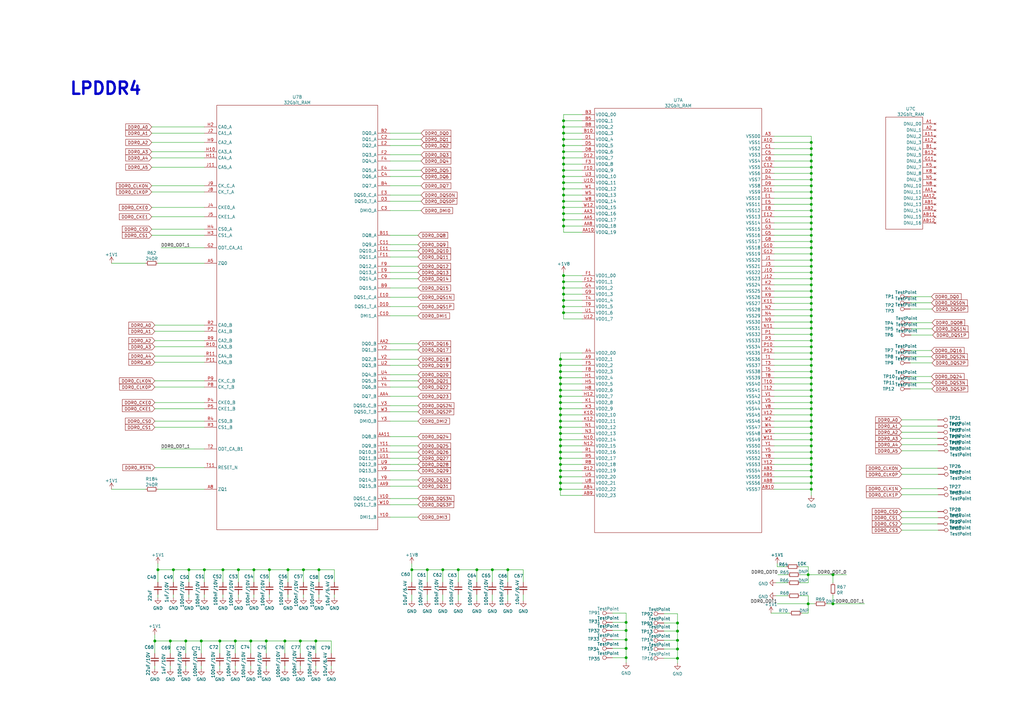
<source format=kicad_sch>
(kicad_sch (version 20210126) (generator eeschema)
  (paper "A3")
  (title_block (title "Beagle V") (date "2021-06-11") (rev "v0.7"))
  (junction (at 63.5 262.89) (diameter 1.016))
  (junction (at 64.77 233.68) (diameter 1.016))
  (junction (at 69.85 262.89) (diameter 1.016))
  (junction (at 71.12 233.68) (diameter 1.016))
  (junction (at 76.2 262.89) (diameter 1.016))
  (junction (at 77.47 233.68) (diameter 1.016))
  (junction (at 82.55 262.89) (diameter 1.016))
  (junction (at 83.82 233.68) (diameter 1.016))
  (junction (at 90.17 262.89) (diameter 1.016))
  (junction (at 91.44 233.68) (diameter 1.016))
  (junction (at 96.52 262.89) (diameter 1.016))
  (junction (at 97.79 233.68) (diameter 1.016))
  (junction (at 102.87 262.89) (diameter 1.016))
  (junction (at 104.14 233.68) (diameter 1.016))
  (junction (at 109.22 262.89) (diameter 1.016))
  (junction (at 110.49 233.68) (diameter 1.016))
  (junction (at 116.84 262.89) (diameter 1.016))
  (junction (at 118.11 233.68) (diameter 1.016))
  (junction (at 123.19 262.89) (diameter 1.016))
  (junction (at 124.46 233.68) (diameter 1.016))
  (junction (at 129.54 262.89) (diameter 1.016))
  (junction (at 130.81 233.68) (diameter 1.016))
  (junction (at 168.91 233.68) (diameter 1.016))
  (junction (at 175.26 233.68) (diameter 1.016))
  (junction (at 181.61 233.68) (diameter 1.016))
  (junction (at 187.96 233.68) (diameter 1.016))
  (junction (at 195.58 233.68) (diameter 1.016))
  (junction (at 201.93 233.68) (diameter 1.016))
  (junction (at 208.28 233.68) (diameter 1.016))
  (junction (at 229.87 147.32) (diameter 1.016))
  (junction (at 229.87 149.86) (diameter 1.016))
  (junction (at 229.87 152.4) (diameter 1.016))
  (junction (at 229.87 154.94) (diameter 1.016))
  (junction (at 229.87 157.48) (diameter 1.016))
  (junction (at 229.87 160.02) (diameter 1.016))
  (junction (at 229.87 162.56) (diameter 1.016))
  (junction (at 229.87 165.1) (diameter 1.016))
  (junction (at 229.87 167.64) (diameter 1.016))
  (junction (at 229.87 170.18) (diameter 1.016))
  (junction (at 229.87 172.72) (diameter 1.016))
  (junction (at 229.87 175.26) (diameter 1.016))
  (junction (at 229.87 177.8) (diameter 1.016))
  (junction (at 229.87 180.34) (diameter 1.016))
  (junction (at 229.87 182.88) (diameter 1.016))
  (junction (at 229.87 185.42) (diameter 1.016))
  (junction (at 229.87 187.96) (diameter 1.016))
  (junction (at 229.87 190.5) (diameter 1.016))
  (junction (at 229.87 193.04) (diameter 1.016))
  (junction (at 229.87 195.58) (diameter 1.016))
  (junction (at 229.87 198.12) (diameter 1.016))
  (junction (at 229.87 200.66) (diameter 1.016))
  (junction (at 231.14 49.53) (diameter 1.016))
  (junction (at 231.14 52.07) (diameter 1.016))
  (junction (at 231.14 54.61) (diameter 1.016))
  (junction (at 231.14 57.15) (diameter 1.016))
  (junction (at 231.14 59.69) (diameter 1.016))
  (junction (at 231.14 62.23) (diameter 1.016))
  (junction (at 231.14 64.77) (diameter 1.016))
  (junction (at 231.14 67.31) (diameter 1.016))
  (junction (at 231.14 69.85) (diameter 1.016))
  (junction (at 231.14 72.39) (diameter 1.016))
  (junction (at 231.14 74.93) (diameter 1.016))
  (junction (at 231.14 77.47) (diameter 1.016))
  (junction (at 231.14 80.01) (diameter 1.016))
  (junction (at 231.14 82.55) (diameter 1.016))
  (junction (at 231.14 85.09) (diameter 1.016))
  (junction (at 231.14 87.63) (diameter 1.016))
  (junction (at 231.14 90.17) (diameter 1.016))
  (junction (at 231.14 92.71) (diameter 1.016))
  (junction (at 231.14 113.03) (diameter 1.016))
  (junction (at 231.14 115.57) (diameter 1.016))
  (junction (at 231.14 118.11) (diameter 1.016))
  (junction (at 231.14 120.65) (diameter 1.016))
  (junction (at 231.14 123.19) (diameter 1.016))
  (junction (at 231.14 125.73) (diameter 1.016))
  (junction (at 231.14 128.27) (diameter 1.016))
  (junction (at 256.794 255.27) (diameter 1.016))
  (junction (at 256.794 258.572) (diameter 1.016))
  (junction (at 256.794 262.382) (diameter 1.016))
  (junction (at 256.794 265.938) (diameter 1.016))
  (junction (at 256.794 269.748) (diameter 1.016))
  (junction (at 277.876 255.524) (diameter 1.016))
  (junction (at 277.876 258.826) (diameter 1.016))
  (junction (at 277.876 262.636) (diameter 1.016))
  (junction (at 277.876 266.192) (diameter 1.016))
  (junction (at 277.876 270.002) (diameter 1.016))
  (junction (at 331.47 235.712) (diameter 1.016))
  (junction (at 331.47 247.65) (diameter 1.016))
  (junction (at 332.74 58.42) (diameter 1.016))
  (junction (at 332.74 60.96) (diameter 1.016))
  (junction (at 332.74 63.5) (diameter 1.016))
  (junction (at 332.74 66.04) (diameter 1.016))
  (junction (at 332.74 68.58) (diameter 1.016))
  (junction (at 332.74 71.12) (diameter 1.016))
  (junction (at 332.74 73.66) (diameter 1.016))
  (junction (at 332.74 76.2) (diameter 1.016))
  (junction (at 332.74 78.74) (diameter 1.016))
  (junction (at 332.74 81.28) (diameter 1.016))
  (junction (at 332.74 83.82) (diameter 1.016))
  (junction (at 332.74 86.36) (diameter 1.016))
  (junction (at 332.74 88.9) (diameter 1.016))
  (junction (at 332.74 91.44) (diameter 1.016))
  (junction (at 332.74 93.98) (diameter 1.016))
  (junction (at 332.74 96.52) (diameter 1.016))
  (junction (at 332.74 99.06) (diameter 1.016))
  (junction (at 332.74 101.6) (diameter 1.016))
  (junction (at 332.74 104.14) (diameter 1.016))
  (junction (at 332.74 106.68) (diameter 1.016))
  (junction (at 332.74 109.22) (diameter 1.016))
  (junction (at 332.74 111.76) (diameter 1.016))
  (junction (at 332.74 114.3) (diameter 1.016))
  (junction (at 332.74 116.84) (diameter 1.016))
  (junction (at 332.74 119.38) (diameter 1.016))
  (junction (at 332.74 121.92) (diameter 1.016))
  (junction (at 332.74 124.46) (diameter 1.016))
  (junction (at 332.74 127) (diameter 1.016))
  (junction (at 332.74 129.54) (diameter 1.016))
  (junction (at 332.74 132.08) (diameter 1.016))
  (junction (at 332.74 134.62) (diameter 1.016))
  (junction (at 332.74 137.16) (diameter 1.016))
  (junction (at 332.74 139.7) (diameter 1.016))
  (junction (at 332.74 142.24) (diameter 1.016))
  (junction (at 332.74 144.78) (diameter 1.016))
  (junction (at 332.74 147.32) (diameter 1.016))
  (junction (at 332.74 149.86) (diameter 1.016))
  (junction (at 332.74 152.4) (diameter 1.016))
  (junction (at 332.74 154.94) (diameter 1.016))
  (junction (at 332.74 157.48) (diameter 1.016))
  (junction (at 332.74 160.02) (diameter 1.016))
  (junction (at 332.74 162.56) (diameter 1.016))
  (junction (at 332.74 165.1) (diameter 1.016))
  (junction (at 332.74 167.64) (diameter 1.016))
  (junction (at 332.74 170.18) (diameter 1.016))
  (junction (at 332.74 172.72) (diameter 1.016))
  (junction (at 332.74 175.26) (diameter 1.016))
  (junction (at 332.74 177.8) (diameter 1.016))
  (junction (at 332.74 180.34) (diameter 1.016))
  (junction (at 332.74 182.88) (diameter 1.016))
  (junction (at 332.74 185.42) (diameter 1.016))
  (junction (at 332.74 187.96) (diameter 1.016))
  (junction (at 332.74 190.5) (diameter 1.016))
  (junction (at 332.74 193.04) (diameter 1.016))
  (junction (at 332.74 195.58) (diameter 1.016))
  (junction (at 332.74 198.12) (diameter 1.016))
  (junction (at 332.74 200.66) (diameter 1.016))
  (junction (at 341.63 235.712) (diameter 1.016))
  (junction (at 341.63 247.65) (diameter 1.016))
  (wire (pts (xy 45.72 107.95) (xy 59.69 107.95)))
  (wire (pts (xy 45.72 200.66) (xy 59.69 200.66)))
  (wire (pts (xy 62.23 52.07) (xy 83.82 52.07)))
  (wire (pts (xy 62.23 54.61) (xy 83.82 54.61)))
  (wire (pts (xy 62.23 58.42) (xy 83.82 58.42)))
  (wire (pts (xy 62.23 62.23) (xy 83.82 62.23)))
  (wire (pts (xy 62.23 64.77) (xy 83.82 64.77)))
  (wire (pts (xy 62.23 68.58) (xy 83.82 68.58)))
  (wire (pts (xy 62.23 76.2) (xy 83.82 76.2)))
  (wire (pts (xy 62.23 78.74) (xy 83.82 78.74)))
  (wire (pts (xy 62.23 85.09) (xy 83.82 85.09)))
  (wire (pts (xy 62.23 88.9) (xy 83.82 88.9)))
  (wire (pts (xy 62.23 93.98) (xy 83.82 93.98)))
  (wire (pts (xy 62.23 96.52) (xy 83.82 96.52)))
  (wire (pts (xy 63.5 133.35) (xy 83.82 133.35)))
  (wire (pts (xy 63.5 135.89) (xy 83.82 135.89)))
  (wire (pts (xy 63.5 139.7) (xy 83.82 139.7)))
  (wire (pts (xy 63.5 142.24) (xy 83.82 142.24)))
  (wire (pts (xy 63.5 146.05) (xy 83.82 146.05)))
  (wire (pts (xy 63.5 148.59) (xy 83.82 148.59)))
  (wire (pts (xy 63.5 156.21) (xy 83.82 156.21)))
  (wire (pts (xy 63.5 158.75) (xy 83.82 158.75)))
  (wire (pts (xy 63.5 165.1) (xy 83.82 165.1)))
  (wire (pts (xy 63.5 167.64) (xy 83.82 167.64)))
  (wire (pts (xy 63.5 172.72) (xy 83.82 172.72)))
  (wire (pts (xy 63.5 175.26) (xy 83.82 175.26)))
  (wire (pts (xy 63.5 191.77) (xy 83.82 191.77)))
  (wire (pts (xy 63.5 260.35) (xy 63.5 262.89)))
  (wire (pts (xy 63.5 262.89) (xy 63.5 267.97)))
  (wire (pts (xy 63.5 262.89) (xy 69.85 262.89)))
  (wire (pts (xy 63.5 273.05) (xy 63.5 274.32)))
  (wire (pts (xy 64.77 107.95) (xy 83.82 107.95)))
  (wire (pts (xy 64.77 200.66) (xy 83.82 200.66)))
  (wire (pts (xy 64.77 231.14) (xy 64.77 233.68)))
  (wire (pts (xy 64.77 233.68) (xy 64.77 238.76)))
  (wire (pts (xy 64.77 233.68) (xy 71.12 233.68)))
  (wire (pts (xy 64.77 243.84) (xy 64.77 245.11)))
  (wire (pts (xy 66.04 101.6) (xy 83.82 101.6)))
  (wire (pts (xy 66.04 184.15) (xy 83.82 184.15)))
  (wire (pts (xy 69.85 262.89) (xy 69.85 267.97)))
  (wire (pts (xy 69.85 262.89) (xy 76.2 262.89)))
  (wire (pts (xy 69.85 273.05) (xy 69.85 274.32)))
  (wire (pts (xy 71.12 233.68) (xy 71.12 238.76)))
  (wire (pts (xy 71.12 233.68) (xy 77.47 233.68)))
  (wire (pts (xy 71.12 243.84) (xy 71.12 245.11)))
  (wire (pts (xy 76.2 262.89) (xy 76.2 267.97)))
  (wire (pts (xy 76.2 262.89) (xy 82.55 262.89)))
  (wire (pts (xy 76.2 273.05) (xy 76.2 274.32)))
  (wire (pts (xy 77.47 233.68) (xy 77.47 238.76)))
  (wire (pts (xy 77.47 233.68) (xy 83.82 233.68)))
  (wire (pts (xy 77.47 243.84) (xy 77.47 245.11)))
  (wire (pts (xy 82.55 262.89) (xy 82.55 267.97)))
  (wire (pts (xy 82.55 262.89) (xy 90.17 262.89)))
  (wire (pts (xy 82.55 273.05) (xy 82.55 274.32)))
  (wire (pts (xy 83.82 233.68) (xy 83.82 238.76)))
  (wire (pts (xy 83.82 233.68) (xy 91.44 233.68)))
  (wire (pts (xy 83.82 243.84) (xy 83.82 245.11)))
  (wire (pts (xy 90.17 262.89) (xy 90.17 267.97)))
  (wire (pts (xy 90.17 262.89) (xy 96.52 262.89)))
  (wire (pts (xy 90.17 273.05) (xy 90.17 274.32)))
  (wire (pts (xy 91.44 233.68) (xy 91.44 238.76)))
  (wire (pts (xy 91.44 233.68) (xy 97.79 233.68)))
  (wire (pts (xy 91.44 243.84) (xy 91.44 245.11)))
  (wire (pts (xy 96.52 262.89) (xy 96.52 267.97)))
  (wire (pts (xy 96.52 262.89) (xy 102.87 262.89)))
  (wire (pts (xy 96.52 273.05) (xy 96.52 274.32)))
  (wire (pts (xy 97.79 233.68) (xy 97.79 238.76)))
  (wire (pts (xy 97.79 233.68) (xy 104.14 233.68)))
  (wire (pts (xy 97.79 243.84) (xy 97.79 245.11)))
  (wire (pts (xy 102.87 262.89) (xy 102.87 267.97)))
  (wire (pts (xy 102.87 262.89) (xy 109.22 262.89)))
  (wire (pts (xy 102.87 273.05) (xy 102.87 274.32)))
  (wire (pts (xy 104.14 233.68) (xy 104.14 238.76)))
  (wire (pts (xy 104.14 233.68) (xy 110.49 233.68)))
  (wire (pts (xy 104.14 243.84) (xy 104.14 245.11)))
  (wire (pts (xy 109.22 262.89) (xy 109.22 267.97)))
  (wire (pts (xy 109.22 262.89) (xy 116.84 262.89)))
  (wire (pts (xy 109.22 273.05) (xy 109.22 274.32)))
  (wire (pts (xy 110.49 233.68) (xy 110.49 238.76)))
  (wire (pts (xy 110.49 233.68) (xy 118.11 233.68)))
  (wire (pts (xy 110.49 243.84) (xy 110.49 245.11)))
  (wire (pts (xy 116.84 262.89) (xy 116.84 267.97)))
  (wire (pts (xy 116.84 262.89) (xy 123.19 262.89)))
  (wire (pts (xy 116.84 273.05) (xy 116.84 274.32)))
  (wire (pts (xy 118.11 233.68) (xy 118.11 238.76)))
  (wire (pts (xy 118.11 233.68) (xy 124.46 233.68)))
  (wire (pts (xy 118.11 243.84) (xy 118.11 245.11)))
  (wire (pts (xy 123.19 262.89) (xy 123.19 267.97)))
  (wire (pts (xy 123.19 262.89) (xy 129.54 262.89)))
  (wire (pts (xy 123.19 273.05) (xy 123.19 274.32)))
  (wire (pts (xy 124.46 233.68) (xy 124.46 238.76)))
  (wire (pts (xy 124.46 233.68) (xy 130.81 233.68)))
  (wire (pts (xy 124.46 243.84) (xy 124.46 245.11)))
  (wire (pts (xy 129.54 262.89) (xy 129.54 267.97)))
  (wire (pts (xy 129.54 262.89) (xy 135.89 262.89)))
  (wire (pts (xy 129.54 273.05) (xy 129.54 274.32)))
  (wire (pts (xy 130.81 233.68) (xy 130.81 238.76)))
  (wire (pts (xy 130.81 233.68) (xy 137.16 233.68)))
  (wire (pts (xy 130.81 243.84) (xy 130.81 245.11)))
  (wire (pts (xy 135.89 262.89) (xy 135.89 267.97)))
  (wire (pts (xy 135.89 273.05) (xy 135.89 274.32)))
  (wire (pts (xy 137.16 233.68) (xy 137.16 238.76)))
  (wire (pts (xy 137.16 243.84) (xy 137.16 245.11)))
  (wire (pts (xy 160.02 54.61) (xy 172.72 54.61)))
  (wire (pts (xy 160.02 57.15) (xy 172.72 57.15)))
  (wire (pts (xy 160.02 59.69) (xy 172.72 59.69)))
  (wire (pts (xy 160.02 63.5) (xy 172.72 63.5)))
  (wire (pts (xy 160.02 66.04) (xy 172.72 66.04)))
  (wire (pts (xy 160.02 69.85) (xy 172.72 69.85)))
  (wire (pts (xy 160.02 72.39) (xy 172.72 72.39)))
  (wire (pts (xy 160.02 76.2) (xy 172.72 76.2)))
  (wire (pts (xy 160.02 80.01) (xy 172.72 80.01)))
  (wire (pts (xy 160.02 82.55) (xy 172.72 82.55)))
  (wire (pts (xy 160.02 86.36) (xy 172.72 86.36)))
  (wire (pts (xy 160.02 96.52) (xy 171.45 96.52)))
  (wire (pts (xy 160.02 100.33) (xy 171.45 100.33)))
  (wire (pts (xy 160.02 102.87) (xy 171.45 102.87)))
  (wire (pts (xy 160.02 105.41) (xy 171.45 105.41)))
  (wire (pts (xy 160.02 109.22) (xy 171.45 109.22)))
  (wire (pts (xy 160.02 111.76) (xy 171.45 111.76)))
  (wire (pts (xy 160.02 114.3) (xy 171.45 114.3)))
  (wire (pts (xy 160.02 118.11) (xy 171.45 118.11)))
  (wire (pts (xy 160.02 121.92) (xy 171.45 121.92)))
  (wire (pts (xy 160.02 125.73) (xy 171.45 125.73)))
  (wire (pts (xy 160.02 129.54) (xy 171.45 129.54)))
  (wire (pts (xy 160.02 140.97) (xy 171.45 140.97)))
  (wire (pts (xy 160.02 143.51) (xy 171.45 143.51)))
  (wire (pts (xy 160.02 147.32) (xy 171.45 147.32)))
  (wire (pts (xy 160.02 149.86) (xy 171.45 149.86)))
  (wire (pts (xy 160.02 153.67) (xy 171.45 153.67)))
  (wire (pts (xy 160.02 156.21) (xy 171.45 156.21)))
  (wire (pts (xy 160.02 158.75) (xy 171.45 158.75)))
  (wire (pts (xy 160.02 162.56) (xy 171.45 162.56)))
  (wire (pts (xy 160.02 166.37) (xy 171.45 166.37)))
  (wire (pts (xy 160.02 168.91) (xy 171.45 168.91)))
  (wire (pts (xy 160.02 172.72) (xy 171.45 172.72)))
  (wire (pts (xy 160.02 179.07) (xy 171.45 179.07)))
  (wire (pts (xy 160.02 182.88) (xy 171.45 182.88)))
  (wire (pts (xy 160.02 185.42) (xy 171.45 185.42)))
  (wire (pts (xy 160.02 187.96) (xy 171.45 187.96)))
  (wire (pts (xy 160.02 190.5) (xy 171.45 190.5)))
  (wire (pts (xy 160.02 193.04) (xy 171.45 193.04)))
  (wire (pts (xy 160.02 196.85) (xy 171.45 196.85)))
  (wire (pts (xy 160.02 199.39) (xy 171.45 199.39)))
  (wire (pts (xy 160.02 204.47) (xy 171.45 204.47)))
  (wire (pts (xy 160.02 207.01) (xy 171.45 207.01)))
  (wire (pts (xy 160.02 212.09) (xy 171.45 212.09)))
  (wire (pts (xy 168.91 231.14) (xy 168.91 233.68)))
  (wire (pts (xy 168.91 233.68) (xy 168.91 238.76)))
  (wire (pts (xy 168.91 233.68) (xy 175.26 233.68)))
  (wire (pts (xy 168.91 243.84) (xy 168.91 246.38)))
  (wire (pts (xy 175.26 233.68) (xy 175.26 238.76)))
  (wire (pts (xy 175.26 233.68) (xy 181.61 233.68)))
  (wire (pts (xy 175.26 243.84) (xy 175.26 246.38)))
  (wire (pts (xy 181.61 233.68) (xy 181.61 238.76)))
  (wire (pts (xy 181.61 233.68) (xy 187.96 233.68)))
  (wire (pts (xy 181.61 243.84) (xy 181.61 246.38)))
  (wire (pts (xy 187.96 233.68) (xy 187.96 238.76)))
  (wire (pts (xy 187.96 233.68) (xy 195.58 233.68)))
  (wire (pts (xy 187.96 243.84) (xy 187.96 246.38)))
  (wire (pts (xy 195.58 233.68) (xy 195.58 238.76)))
  (wire (pts (xy 195.58 233.68) (xy 201.93 233.68)))
  (wire (pts (xy 195.58 243.84) (xy 195.58 246.38)))
  (wire (pts (xy 201.93 233.68) (xy 201.93 238.76)))
  (wire (pts (xy 201.93 233.68) (xy 208.28 233.68)))
  (wire (pts (xy 201.93 243.84) (xy 201.93 246.38)))
  (wire (pts (xy 208.28 233.68) (xy 208.28 238.76)))
  (wire (pts (xy 208.28 233.68) (xy 214.63 233.68)))
  (wire (pts (xy 208.28 243.84) (xy 208.28 246.38)))
  (wire (pts (xy 214.63 233.68) (xy 214.63 238.76)))
  (wire (pts (xy 214.63 243.84) (xy 214.63 246.38)))
  (wire (pts (xy 229.87 144.78) (xy 229.87 147.32)))
  (wire (pts (xy 229.87 144.78) (xy 238.76 144.78)))
  (wire (pts (xy 229.87 147.32) (xy 229.87 149.86)))
  (wire (pts (xy 229.87 149.86) (xy 229.87 152.4)))
  (wire (pts (xy 229.87 149.86) (xy 238.76 149.86)))
  (wire (pts (xy 229.87 152.4) (xy 229.87 154.94)))
  (wire (pts (xy 229.87 152.4) (xy 238.76 152.4)))
  (wire (pts (xy 229.87 154.94) (xy 229.87 157.48)))
  (wire (pts (xy 229.87 154.94) (xy 238.76 154.94)))
  (wire (pts (xy 229.87 157.48) (xy 229.87 160.02)))
  (wire (pts (xy 229.87 157.48) (xy 238.76 157.48)))
  (wire (pts (xy 229.87 160.02) (xy 229.87 162.56)))
  (wire (pts (xy 229.87 160.02) (xy 238.76 160.02)))
  (wire (pts (xy 229.87 162.56) (xy 229.87 165.1)))
  (wire (pts (xy 229.87 162.56) (xy 238.76 162.56)))
  (wire (pts (xy 229.87 165.1) (xy 229.87 167.64)))
  (wire (pts (xy 229.87 165.1) (xy 238.76 165.1)))
  (wire (pts (xy 229.87 167.64) (xy 229.87 170.18)))
  (wire (pts (xy 229.87 167.64) (xy 238.76 167.64)))
  (wire (pts (xy 229.87 170.18) (xy 229.87 172.72)))
  (wire (pts (xy 229.87 170.18) (xy 238.76 170.18)))
  (wire (pts (xy 229.87 172.72) (xy 229.87 175.26)))
  (wire (pts (xy 229.87 172.72) (xy 238.76 172.72)))
  (wire (pts (xy 229.87 175.26) (xy 229.87 177.8)))
  (wire (pts (xy 229.87 175.26) (xy 238.76 175.26)))
  (wire (pts (xy 229.87 177.8) (xy 229.87 180.34)))
  (wire (pts (xy 229.87 177.8) (xy 238.76 177.8)))
  (wire (pts (xy 229.87 180.34) (xy 229.87 182.88)))
  (wire (pts (xy 229.87 180.34) (xy 238.76 180.34)))
  (wire (pts (xy 229.87 182.88) (xy 229.87 185.42)))
  (wire (pts (xy 229.87 182.88) (xy 238.76 182.88)))
  (wire (pts (xy 229.87 185.42) (xy 229.87 187.96)))
  (wire (pts (xy 229.87 185.42) (xy 238.76 185.42)))
  (wire (pts (xy 229.87 187.96) (xy 229.87 190.5)))
  (wire (pts (xy 229.87 187.96) (xy 238.76 187.96)))
  (wire (pts (xy 229.87 190.5) (xy 229.87 193.04)))
  (wire (pts (xy 229.87 190.5) (xy 238.76 190.5)))
  (wire (pts (xy 229.87 193.04) (xy 229.87 195.58)))
  (wire (pts (xy 229.87 193.04) (xy 238.76 193.04)))
  (wire (pts (xy 229.87 195.58) (xy 229.87 198.12)))
  (wire (pts (xy 229.87 195.58) (xy 238.76 195.58)))
  (wire (pts (xy 229.87 198.12) (xy 229.87 200.66)))
  (wire (pts (xy 229.87 198.12) (xy 238.76 198.12)))
  (wire (pts (xy 229.87 200.66) (xy 229.87 203.2)))
  (wire (pts (xy 229.87 200.66) (xy 238.76 200.66)))
  (wire (pts (xy 231.14 46.99) (xy 238.76 46.99)))
  (wire (pts (xy 231.14 49.53) (xy 231.14 46.99)))
  (wire (pts (xy 231.14 49.53) (xy 238.76 49.53)))
  (wire (pts (xy 231.14 52.07) (xy 231.14 49.53)))
  (wire (pts (xy 231.14 52.07) (xy 238.76 52.07)))
  (wire (pts (xy 231.14 54.61) (xy 231.14 52.07)))
  (wire (pts (xy 231.14 54.61) (xy 238.76 54.61)))
  (wire (pts (xy 231.14 57.15) (xy 231.14 54.61)))
  (wire (pts (xy 231.14 57.15) (xy 238.76 57.15)))
  (wire (pts (xy 231.14 59.69) (xy 231.14 57.15)))
  (wire (pts (xy 231.14 59.69) (xy 238.76 59.69)))
  (wire (pts (xy 231.14 62.23) (xy 231.14 59.69)))
  (wire (pts (xy 231.14 62.23) (xy 238.76 62.23)))
  (wire (pts (xy 231.14 64.77) (xy 231.14 62.23)))
  (wire (pts (xy 231.14 64.77) (xy 238.76 64.77)))
  (wire (pts (xy 231.14 67.31) (xy 231.14 64.77)))
  (wire (pts (xy 231.14 67.31) (xy 238.76 67.31)))
  (wire (pts (xy 231.14 69.85) (xy 231.14 67.31)))
  (wire (pts (xy 231.14 69.85) (xy 238.76 69.85)))
  (wire (pts (xy 231.14 72.39) (xy 231.14 69.85)))
  (wire (pts (xy 231.14 72.39) (xy 238.76 72.39)))
  (wire (pts (xy 231.14 74.93) (xy 231.14 72.39)))
  (wire (pts (xy 231.14 74.93) (xy 238.76 74.93)))
  (wire (pts (xy 231.14 77.47) (xy 231.14 74.93)))
  (wire (pts (xy 231.14 77.47) (xy 238.76 77.47)))
  (wire (pts (xy 231.14 80.01) (xy 231.14 77.47)))
  (wire (pts (xy 231.14 80.01) (xy 238.76 80.01)))
  (wire (pts (xy 231.14 82.55) (xy 231.14 80.01)))
  (wire (pts (xy 231.14 82.55) (xy 238.76 82.55)))
  (wire (pts (xy 231.14 85.09) (xy 231.14 82.55)))
  (wire (pts (xy 231.14 85.09) (xy 238.76 85.09)))
  (wire (pts (xy 231.14 87.63) (xy 231.14 85.09)))
  (wire (pts (xy 231.14 87.63) (xy 238.76 87.63)))
  (wire (pts (xy 231.14 90.17) (xy 231.14 87.63)))
  (wire (pts (xy 231.14 90.17) (xy 238.76 90.17)))
  (wire (pts (xy 231.14 92.71) (xy 231.14 90.17)))
  (wire (pts (xy 231.14 92.71) (xy 238.76 92.71)))
  (wire (pts (xy 231.14 95.25) (xy 231.14 92.71)))
  (wire (pts (xy 231.14 111.76) (xy 231.14 113.03)))
  (wire (pts (xy 231.14 113.03) (xy 238.76 113.03)))
  (wire (pts (xy 231.14 115.57) (xy 231.14 113.03)))
  (wire (pts (xy 231.14 115.57) (xy 238.76 115.57)))
  (wire (pts (xy 231.14 118.11) (xy 231.14 115.57)))
  (wire (pts (xy 231.14 118.11) (xy 238.76 118.11)))
  (wire (pts (xy 231.14 120.65) (xy 231.14 118.11)))
  (wire (pts (xy 231.14 120.65) (xy 238.76 120.65)))
  (wire (pts (xy 231.14 123.19) (xy 231.14 120.65)))
  (wire (pts (xy 231.14 123.19) (xy 238.76 123.19)))
  (wire (pts (xy 231.14 125.73) (xy 231.14 123.19)))
  (wire (pts (xy 231.14 125.73) (xy 238.76 125.73)))
  (wire (pts (xy 231.14 128.27) (xy 231.14 125.73)))
  (wire (pts (xy 231.14 128.27) (xy 238.76 128.27)))
  (wire (pts (xy 231.14 130.81) (xy 231.14 128.27)))
  (wire (pts (xy 238.76 95.25) (xy 231.14 95.25)))
  (wire (pts (xy 238.76 130.81) (xy 231.14 130.81)))
  (wire (pts (xy 238.76 147.32) (xy 229.87 147.32)))
  (wire (pts (xy 238.76 203.2) (xy 229.87 203.2)))
  (wire (pts (xy 251.206 251.46) (xy 256.794 251.46)))
  (wire (pts (xy 251.206 255.27) (xy 256.794 255.27)))
  (wire (pts (xy 251.206 258.572) (xy 256.794 258.572)))
  (wire (pts (xy 251.206 262.382) (xy 256.794 262.382)))
  (wire (pts (xy 251.206 265.938) (xy 256.794 265.938)))
  (wire (pts (xy 256.794 251.46) (xy 256.794 255.27)))
  (wire (pts (xy 256.794 255.27) (xy 256.794 258.572)))
  (wire (pts (xy 256.794 258.572) (xy 256.794 262.382)))
  (wire (pts (xy 256.794 262.382) (xy 256.794 265.938)))
  (wire (pts (xy 256.794 265.938) (xy 256.794 269.748)))
  (wire (pts (xy 256.794 269.748) (xy 251.206 269.748)))
  (wire (pts (xy 256.794 269.748) (xy 256.794 271.78)))
  (wire (pts (xy 272.288 251.714) (xy 277.876 251.714)))
  (wire (pts (xy 272.288 255.524) (xy 277.876 255.524)))
  (wire (pts (xy 272.288 258.826) (xy 277.876 258.826)))
  (wire (pts (xy 272.288 262.636) (xy 277.876 262.636)))
  (wire (pts (xy 272.288 266.192) (xy 277.876 266.192)))
  (wire (pts (xy 277.876 251.714) (xy 277.876 255.524)))
  (wire (pts (xy 277.876 255.524) (xy 277.876 258.826)))
  (wire (pts (xy 277.876 258.826) (xy 277.876 262.636)))
  (wire (pts (xy 277.876 262.636) (xy 277.876 266.192)))
  (wire (pts (xy 277.876 266.192) (xy 277.876 270.002)))
  (wire (pts (xy 277.876 270.002) (xy 272.288 270.002)))
  (wire (pts (xy 277.876 270.002) (xy 277.876 272.034)))
  (wire (pts (xy 316.23 251.46) (xy 323.85 251.46)))
  (wire (pts (xy 317.5 55.88) (xy 332.74 55.88)))
  (wire (pts (xy 317.5 58.42) (xy 332.74 58.42)))
  (wire (pts (xy 317.5 60.96) (xy 332.74 60.96)))
  (wire (pts (xy 317.5 63.5) (xy 332.74 63.5)))
  (wire (pts (xy 317.5 66.04) (xy 332.74 66.04)))
  (wire (pts (xy 317.5 68.58) (xy 332.74 68.58)))
  (wire (pts (xy 317.5 71.12) (xy 332.74 71.12)))
  (wire (pts (xy 317.5 73.66) (xy 332.74 73.66)))
  (wire (pts (xy 317.5 76.2) (xy 332.74 76.2)))
  (wire (pts (xy 317.5 78.74) (xy 332.74 78.74)))
  (wire (pts (xy 317.5 81.28) (xy 332.74 81.28)))
  (wire (pts (xy 317.5 83.82) (xy 332.74 83.82)))
  (wire (pts (xy 317.5 86.36) (xy 332.74 86.36)))
  (wire (pts (xy 317.5 88.9) (xy 332.74 88.9)))
  (wire (pts (xy 317.5 91.44) (xy 332.74 91.44)))
  (wire (pts (xy 317.5 93.98) (xy 332.74 93.98)))
  (wire (pts (xy 317.5 96.52) (xy 332.74 96.52)))
  (wire (pts (xy 317.5 99.06) (xy 332.74 99.06)))
  (wire (pts (xy 317.5 101.6) (xy 332.74 101.6)))
  (wire (pts (xy 317.5 104.14) (xy 332.74 104.14)))
  (wire (pts (xy 317.5 106.68) (xy 332.74 106.68)))
  (wire (pts (xy 317.5 109.22) (xy 332.74 109.22)))
  (wire (pts (xy 317.5 111.76) (xy 332.74 111.76)))
  (wire (pts (xy 317.5 114.3) (xy 332.74 114.3)))
  (wire (pts (xy 317.5 116.84) (xy 332.74 116.84)))
  (wire (pts (xy 317.5 119.38) (xy 332.74 119.38)))
  (wire (pts (xy 317.5 121.92) (xy 332.74 121.92)))
  (wire (pts (xy 317.5 124.46) (xy 332.74 124.46)))
  (wire (pts (xy 317.5 127) (xy 332.74 127)))
  (wire (pts (xy 317.5 129.54) (xy 332.74 129.54)))
  (wire (pts (xy 317.5 132.08) (xy 332.74 132.08)))
  (wire (pts (xy 317.5 134.62) (xy 332.74 134.62)))
  (wire (pts (xy 317.5 137.16) (xy 332.74 137.16)))
  (wire (pts (xy 317.5 139.7) (xy 332.74 139.7)))
  (wire (pts (xy 317.5 142.24) (xy 332.74 142.24)))
  (wire (pts (xy 317.5 144.78) (xy 332.74 144.78)))
  (wire (pts (xy 317.5 147.32) (xy 332.74 147.32)))
  (wire (pts (xy 317.5 149.86) (xy 332.74 149.86)))
  (wire (pts (xy 317.5 152.4) (xy 332.74 152.4)))
  (wire (pts (xy 317.5 154.94) (xy 332.74 154.94)))
  (wire (pts (xy 317.5 157.48) (xy 332.74 157.48)))
  (wire (pts (xy 317.5 160.02) (xy 332.74 160.02)))
  (wire (pts (xy 317.5 162.56) (xy 332.74 162.56)))
  (wire (pts (xy 317.5 165.1) (xy 332.74 165.1)))
  (wire (pts (xy 317.5 167.64) (xy 332.74 167.64)))
  (wire (pts (xy 317.5 170.18) (xy 332.74 170.18)))
  (wire (pts (xy 317.5 172.72) (xy 332.74 172.72)))
  (wire (pts (xy 317.5 175.26) (xy 332.74 175.26)))
  (wire (pts (xy 317.5 177.8) (xy 332.74 177.8)))
  (wire (pts (xy 317.5 180.34) (xy 332.74 180.34)))
  (wire (pts (xy 317.5 182.88) (xy 332.74 182.88)))
  (wire (pts (xy 317.5 185.42) (xy 332.74 185.42)))
  (wire (pts (xy 317.5 187.96) (xy 332.74 187.96)))
  (wire (pts (xy 317.5 190.5) (xy 332.74 190.5)))
  (wire (pts (xy 317.5 193.04) (xy 332.74 193.04)))
  (wire (pts (xy 317.5 195.58) (xy 332.74 195.58)))
  (wire (pts (xy 317.5 198.12) (xy 332.74 198.12)))
  (wire (pts (xy 318.262 239.014) (xy 323.088 239.014)))
  (wire (pts (xy 318.262 244.348) (xy 323.088 244.348)))
  (wire (pts (xy 318.77 231.14) (xy 318.77 232.41)))
  (wire (pts (xy 318.77 232.41) (xy 322.58 232.41)))
  (wire (pts (xy 318.77 247.65) (xy 331.47 247.65)))
  (wire (pts (xy 319.024 235.712) (xy 323.088 235.712)))
  (wire (pts (xy 327.66 232.41) (xy 331.47 232.41)))
  (wire (pts (xy 328.168 235.712) (xy 331.47 235.712)))
  (wire (pts (xy 328.168 244.348) (xy 331.47 244.348)))
  (wire (pts (xy 331.47 232.41) (xy 331.47 235.712)))
  (wire (pts (xy 331.47 235.712) (xy 331.47 239.014)))
  (wire (pts (xy 331.47 239.014) (xy 328.168 239.014)))
  (wire (pts (xy 331.47 244.348) (xy 331.47 247.65)))
  (wire (pts (xy 331.47 247.65) (xy 331.47 251.46)))
  (wire (pts (xy 331.47 247.65) (xy 334.01 247.65)))
  (wire (pts (xy 331.47 251.46) (xy 328.93 251.46)))
  (wire (pts (xy 332.74 55.88) (xy 332.74 58.42)))
  (wire (pts (xy 332.74 58.42) (xy 332.74 60.96)))
  (wire (pts (xy 332.74 60.96) (xy 332.74 63.5)))
  (wire (pts (xy 332.74 63.5) (xy 332.74 66.04)))
  (wire (pts (xy 332.74 66.04) (xy 332.74 68.58)))
  (wire (pts (xy 332.74 68.58) (xy 332.74 71.12)))
  (wire (pts (xy 332.74 71.12) (xy 332.74 73.66)))
  (wire (pts (xy 332.74 73.66) (xy 332.74 76.2)))
  (wire (pts (xy 332.74 76.2) (xy 332.74 78.74)))
  (wire (pts (xy 332.74 78.74) (xy 332.74 81.28)))
  (wire (pts (xy 332.74 81.28) (xy 332.74 83.82)))
  (wire (pts (xy 332.74 83.82) (xy 332.74 86.36)))
  (wire (pts (xy 332.74 86.36) (xy 332.74 88.9)))
  (wire (pts (xy 332.74 88.9) (xy 332.74 91.44)))
  (wire (pts (xy 332.74 91.44) (xy 332.74 93.98)))
  (wire (pts (xy 332.74 93.98) (xy 332.74 96.52)))
  (wire (pts (xy 332.74 96.52) (xy 332.74 99.06)))
  (wire (pts (xy 332.74 99.06) (xy 332.74 101.6)))
  (wire (pts (xy 332.74 101.6) (xy 332.74 104.14)))
  (wire (pts (xy 332.74 104.14) (xy 332.74 106.68)))
  (wire (pts (xy 332.74 106.68) (xy 332.74 109.22)))
  (wire (pts (xy 332.74 109.22) (xy 332.74 111.76)))
  (wire (pts (xy 332.74 111.76) (xy 332.74 114.3)))
  (wire (pts (xy 332.74 114.3) (xy 332.74 116.84)))
  (wire (pts (xy 332.74 116.84) (xy 332.74 119.38)))
  (wire (pts (xy 332.74 119.38) (xy 332.74 121.92)))
  (wire (pts (xy 332.74 121.92) (xy 332.74 124.46)))
  (wire (pts (xy 332.74 124.46) (xy 332.74 127)))
  (wire (pts (xy 332.74 127) (xy 332.74 129.54)))
  (wire (pts (xy 332.74 129.54) (xy 332.74 132.08)))
  (wire (pts (xy 332.74 132.08) (xy 332.74 134.62)))
  (wire (pts (xy 332.74 134.62) (xy 332.74 137.16)))
  (wire (pts (xy 332.74 137.16) (xy 332.74 139.7)))
  (wire (pts (xy 332.74 139.7) (xy 332.74 142.24)))
  (wire (pts (xy 332.74 142.24) (xy 332.74 144.78)))
  (wire (pts (xy 332.74 144.78) (xy 332.74 147.32)))
  (wire (pts (xy 332.74 147.32) (xy 332.74 149.86)))
  (wire (pts (xy 332.74 149.86) (xy 332.74 152.4)))
  (wire (pts (xy 332.74 152.4) (xy 332.74 154.94)))
  (wire (pts (xy 332.74 154.94) (xy 332.74 157.48)))
  (wire (pts (xy 332.74 157.48) (xy 332.74 160.02)))
  (wire (pts (xy 332.74 160.02) (xy 332.74 162.56)))
  (wire (pts (xy 332.74 162.56) (xy 332.74 165.1)))
  (wire (pts (xy 332.74 165.1) (xy 332.74 167.64)))
  (wire (pts (xy 332.74 167.64) (xy 332.74 170.18)))
  (wire (pts (xy 332.74 170.18) (xy 332.74 172.72)))
  (wire (pts (xy 332.74 172.72) (xy 332.74 175.26)))
  (wire (pts (xy 332.74 175.26) (xy 332.74 177.8)))
  (wire (pts (xy 332.74 177.8) (xy 332.74 180.34)))
  (wire (pts (xy 332.74 180.34) (xy 332.74 182.88)))
  (wire (pts (xy 332.74 182.88) (xy 332.74 185.42)))
  (wire (pts (xy 332.74 185.42) (xy 332.74 187.96)))
  (wire (pts (xy 332.74 187.96) (xy 332.74 190.5)))
  (wire (pts (xy 332.74 190.5) (xy 332.74 193.04)))
  (wire (pts (xy 332.74 193.04) (xy 332.74 195.58)))
  (wire (pts (xy 332.74 195.58) (xy 332.74 198.12)))
  (wire (pts (xy 332.74 198.12) (xy 332.74 200.66)))
  (wire (pts (xy 332.74 200.66) (xy 317.5 200.66)))
  (wire (pts (xy 332.74 200.66) (xy 332.74 203.2)))
  (wire (pts (xy 339.09 247.65) (xy 341.63 247.65)))
  (wire (pts (xy 341.63 235.712) (xy 331.47 235.712)))
  (wire (pts (xy 341.63 235.712) (xy 347.218 235.712)))
  (wire (pts (xy 341.63 239.014) (xy 341.63 235.712)))
  (wire (pts (xy 341.63 244.094) (xy 341.63 247.65)))
  (wire (pts (xy 341.63 247.65) (xy 354.584 247.65)))
  (wire (pts (xy 369.824 172.212) (xy 384.556 172.212)))
  (wire (pts (xy 369.824 174.752) (xy 384.556 174.752)))
  (wire (pts (xy 369.824 177.292) (xy 384.556 177.292)))
  (wire (pts (xy 369.824 179.832) (xy 384.556 179.832)))
  (wire (pts (xy 369.824 182.372) (xy 384.556 182.372)))
  (wire (pts (xy 369.824 184.912) (xy 384.81 184.912)))
  (wire (pts (xy 369.824 192.024) (xy 384.556 192.024)))
  (wire (pts (xy 369.824 194.564) (xy 384.81 194.564)))
  (wire (pts (xy 369.824 200.406) (xy 384.556 200.406)))
  (wire (pts (xy 369.824 202.946) (xy 384.81 202.946)))
  (wire (pts (xy 369.824 209.804) (xy 384.556 209.804)))
  (wire (pts (xy 369.824 212.344) (xy 384.81 212.344)))
  (wire (pts (xy 369.824 214.884) (xy 384.556 214.884)))
  (wire (pts (xy 369.824 217.424) (xy 384.81 217.424)))
  (wire (pts (xy 373.38 121.666) (xy 382.016 121.666)))
  (wire (pts (xy 373.38 124.206) (xy 382.016 124.206)))
  (wire (pts (xy 373.38 126.746) (xy 382.27 126.746)))
  (wire (pts (xy 373.38 143.764) (xy 382.016 143.764)))
  (wire (pts (xy 373.38 146.304) (xy 382.016 146.304)))
  (wire (pts (xy 373.38 148.844) (xy 382.27 148.844)))
  (wire (pts (xy 373.38 154.432) (xy 382.016 154.432)))
  (wire (pts (xy 373.38 156.972) (xy 382.016 156.972)))
  (wire (pts (xy 373.38 159.512) (xy 382.27 159.512)))
  (wire (pts (xy 373.634 132.334) (xy 382.27 132.334)))
  (wire (pts (xy 373.634 134.874) (xy 382.27 134.874)))
  (wire (pts (xy 373.634 137.414) (xy 382.524 137.414)))
  (text "LPDDR4" (at 58.42 39.37 180) (effects (font (size 5 5) (thickness 1) bold) (justify right bottom)))
  (label "DDR0_ODT_1" (at 66.04 101.6 0))
  (label "DDR0_ODT_1" (at 66.04 184.15 0))
  (label "DDR0_ODT1" (at 318.77 247.65 180))
  (label "DDR0_ODT0" (at 319.024 235.712 180))
  (label "DDR0_ODT_0" (at 347.218 235.712 180))
  (label "DDR0_ODT_1" (at 354.584 247.65 180))
  (global_label "DDR0_A0" (shape input) (at 62.23 52.07 180) (property "Intersheet References" "${INTERSHEET_REFS}" (effects hide)))
  (global_label "DDR0_A1" (shape input) (at 62.23 54.61 180) (property "Intersheet References" "${INTERSHEET_REFS}" (effects hide)))
  (global_label "DDR0_A2" (shape input) (at 62.23 58.42 180) (property "Intersheet References" "${INTERSHEET_REFS}" (effects hide)))
  (global_label "DDR0_A3" (shape input) (at 62.23 62.23 180) (property "Intersheet References" "${INTERSHEET_REFS}" (effects hide)))
  (global_label "DDR0_A4" (shape input) (at 62.23 64.77 180) (property "Intersheet References" "${INTERSHEET_REFS}" (effects hide)))
  (global_label "DDR0_A5" (shape input) (at 62.23 68.58 180) (property "Intersheet References" "${INTERSHEET_REFS}" (effects hide)))
  (global_label "DDR0_CLK0N" (shape input) (at 62.23 76.2 180) (property "Intersheet References" "${INTERSHEET_REFS}" (effects hide)))
  (global_label "DDR0_CLK0P" (shape input) (at 62.23 78.74 180) (property "Intersheet References" "${INTERSHEET_REFS}" (effects hide)))
  (global_label "DDR0_CKE0" (shape input) (at 62.23 85.09 180) (property "Intersheet References" "${INTERSHEET_REFS}" (effects hide)))
  (global_label "DDR0_CKE1" (shape input) (at 62.23 88.9 180) (property "Intersheet References" "${INTERSHEET_REFS}" (effects hide)))
  (global_label "DDR0_CS0" (shape input) (at 62.23 93.98 180) (property "Intersheet References" "${INTERSHEET_REFS}" (effects hide)))
  (global_label "DDR0_CS1" (shape input) (at 62.23 96.52 180) (property "Intersheet References" "${INTERSHEET_REFS}" (effects hide)))
  (global_label "DDR0_A0" (shape input) (at 63.5 133.35 180) (property "Intersheet References" "${INTERSHEET_REFS}" (effects hide)))
  (global_label "DDR0_A1" (shape input) (at 63.5 135.89 180) (property "Intersheet References" "${INTERSHEET_REFS}" (effects hide)))
  (global_label "DDR0_A2" (shape input) (at 63.5 139.7 180) (property "Intersheet References" "${INTERSHEET_REFS}" (effects hide)))
  (global_label "DDR0_A3" (shape input) (at 63.5 142.24 180) (property "Intersheet References" "${INTERSHEET_REFS}" (effects hide)))
  (global_label "DDR0_A4" (shape input) (at 63.5 146.05 180) (property "Intersheet References" "${INTERSHEET_REFS}" (effects hide)))
  (global_label "DDR0_A5" (shape input) (at 63.5 148.59 180) (property "Intersheet References" "${INTERSHEET_REFS}" (effects hide)))
  (global_label "DDR0_CLK0N" (shape input) (at 63.5 156.21 180) (property "Intersheet References" "${INTERSHEET_REFS}" (effects hide)))
  (global_label "DDR0_CLK0P" (shape input) (at 63.5 158.75 180) (property "Intersheet References" "${INTERSHEET_REFS}" (effects hide)))
  (global_label "DDR0_CKE0" (shape input) (at 63.5 165.1 180) (property "Intersheet References" "${INTERSHEET_REFS}" (effects hide)))
  (global_label "DDR0_CKE1" (shape input) (at 63.5 167.64 180) (property "Intersheet References" "${INTERSHEET_REFS}" (effects hide)))
  (global_label "DDR0_CS0" (shape input) (at 63.5 172.72 180) (property "Intersheet References" "${INTERSHEET_REFS}" (effects hide)))
  (global_label "DDR0_CS1" (shape input) (at 63.5 175.26 180) (property "Intersheet References" "${INTERSHEET_REFS}" (effects hide)))
  (global_label "DDR0_RSTN" (shape input) (at 63.5 191.77 180) (property "Intersheet References" "${INTERSHEET_REFS}" (effects hide)))
  (global_label "DDR0_DQ8" (shape input) (at 171.45 96.52 0) (property "Intersheet References" "${INTERSHEET_REFS}" (effects hide)))
  (global_label "DDR0_DQ9" (shape input) (at 171.45 100.33 0) (property "Intersheet References" "${INTERSHEET_REFS}" (effects hide)))
  (global_label "DDR0_DQ10" (shape input) (at 171.45 102.87 0) (property "Intersheet References" "${INTERSHEET_REFS}" (effects hide)))
  (global_label "DDR0_DQ11" (shape input) (at 171.45 105.41 0) (property "Intersheet References" "${INTERSHEET_REFS}" (effects hide)))
  (global_label "DDR0_DQ12" (shape input) (at 171.45 109.22 0) (property "Intersheet References" "${INTERSHEET_REFS}" (effects hide)))
  (global_label "DDR0_DQ13" (shape input) (at 171.45 111.76 0) (property "Intersheet References" "${INTERSHEET_REFS}" (effects hide)))
  (global_label "DDR0_DQ14" (shape input) (at 171.45 114.3 0) (property "Intersheet References" "${INTERSHEET_REFS}" (effects hide)))
  (global_label "DDR0_DQ15" (shape input) (at 171.45 118.11 0) (property "Intersheet References" "${INTERSHEET_REFS}" (effects hide)))
  (global_label "DDR0_DQS1N" (shape input) (at 171.45 121.92 0) (property "Intersheet References" "${INTERSHEET_REFS}" (effects hide)))
  (global_label "DDR0_DQS1P" (shape input) (at 171.45 125.73 0) (property "Intersheet References" "${INTERSHEET_REFS}" (effects hide)))
  (global_label "DDR0_DMI1" (shape input) (at 171.45 129.54 0) (property "Intersheet References" "${INTERSHEET_REFS}" (effects hide)))
  (global_label "DDR0_DQ16" (shape input) (at 171.45 140.97 0) (property "Intersheet References" "${INTERSHEET_REFS}" (effects hide)))
  (global_label "DDR0_DQ17" (shape input) (at 171.45 143.51 0) (property "Intersheet References" "${INTERSHEET_REFS}" (effects hide)))
  (global_label "DDR0_DQ18" (shape input) (at 171.45 147.32 0) (property "Intersheet References" "${INTERSHEET_REFS}" (effects hide)))
  (global_label "DDR0_DQ19" (shape input) (at 171.45 149.86 0) (property "Intersheet References" "${INTERSHEET_REFS}" (effects hide)))
  (global_label "DDR0_DQ20" (shape input) (at 171.45 153.67 0) (property "Intersheet References" "${INTERSHEET_REFS}" (effects hide)))
  (global_label "DDR0_DQ21" (shape input) (at 171.45 156.21 0) (property "Intersheet References" "${INTERSHEET_REFS}" (effects hide)))
  (global_label "DDR0_DQ22" (shape input) (at 171.45 158.75 0) (property "Intersheet References" "${INTERSHEET_REFS}" (effects hide)))
  (global_label "DDR0_DQ23" (shape input) (at 171.45 162.56 0) (property "Intersheet References" "${INTERSHEET_REFS}" (effects hide)))
  (global_label "DDR0_DQS2N" (shape input) (at 171.45 166.37 0) (property "Intersheet References" "${INTERSHEET_REFS}" (effects hide)))
  (global_label "DDR0_DQS2P" (shape input) (at 171.45 168.91 0) (property "Intersheet References" "${INTERSHEET_REFS}" (effects hide)))
  (global_label "DDR0_DMI2" (shape input) (at 171.45 172.72 0) (property "Intersheet References" "${INTERSHEET_REFS}" (effects hide)))
  (global_label "DDR0_DQ24" (shape input) (at 171.45 179.07 0) (property "Intersheet References" "${INTERSHEET_REFS}" (effects hide)))
  (global_label "DDR0_DQ25" (shape input) (at 171.45 182.88 0) (property "Intersheet References" "${INTERSHEET_REFS}" (effects hide)))
  (global_label "DDR0_DQ26" (shape input) (at 171.45 185.42 0) (property "Intersheet References" "${INTERSHEET_REFS}" (effects hide)))
  (global_label "DDR0_DQ27" (shape input) (at 171.45 187.96 0) (property "Intersheet References" "${INTERSHEET_REFS}" (effects hide)))
  (global_label "DDR0_DQ28" (shape input) (at 171.45 190.5 0) (property "Intersheet References" "${INTERSHEET_REFS}" (effects hide)))
  (global_label "DDR0_DQ29" (shape input) (at 171.45 193.04 0) (property "Intersheet References" "${INTERSHEET_REFS}" (effects hide)))
  (global_label "DDR0_DQ30" (shape input) (at 171.45 196.85 0) (property "Intersheet References" "${INTERSHEET_REFS}" (effects hide)))
  (global_label "DDR0_DQ31" (shape input) (at 171.45 199.39 0) (property "Intersheet References" "${INTERSHEET_REFS}" (effects hide)))
  (global_label "DDR0_DQS3N" (shape input) (at 171.45 204.47 0) (property "Intersheet References" "${INTERSHEET_REFS}" (effects hide)))
  (global_label "DDR0_DQS3P" (shape input) (at 171.45 207.01 0) (property "Intersheet References" "${INTERSHEET_REFS}" (effects hide)))
  (global_label "DDR0_DMI3" (shape input) (at 171.45 212.09 0) (property "Intersheet References" "${INTERSHEET_REFS}" (effects hide)))
  (global_label "DDR0_DQ0" (shape input) (at 172.72 54.61 0) (property "Intersheet References" "${INTERSHEET_REFS}" (effects hide)))
  (global_label "DDR0_DQ1" (shape input) (at 172.72 57.15 0) (property "Intersheet References" "${INTERSHEET_REFS}" (effects hide)))
  (global_label "DDR0_DQ2" (shape input) (at 172.72 59.69 0) (property "Intersheet References" "${INTERSHEET_REFS}" (effects hide)))
  (global_label "DDR0_DQ3" (shape input) (at 172.72 63.5 0) (property "Intersheet References" "${INTERSHEET_REFS}" (effects hide)))
  (global_label "DDR0_DQ4" (shape input) (at 172.72 66.04 0) (property "Intersheet References" "${INTERSHEET_REFS}" (effects hide)))
  (global_label "DDR0_DQ5" (shape input) (at 172.72 69.85 0) (property "Intersheet References" "${INTERSHEET_REFS}" (effects hide)))
  (global_label "DDR0_DQ6" (shape input) (at 172.72 72.39 0) (property "Intersheet References" "${INTERSHEET_REFS}" (effects hide)))
  (global_label "DDR0_DQ7" (shape input) (at 172.72 76.2 0) (property "Intersheet References" "${INTERSHEET_REFS}" (effects hide)))
  (global_label "DDR0_DQS0N" (shape input) (at 172.72 80.01 0) (property "Intersheet References" "${INTERSHEET_REFS}" (effects hide)))
  (global_label "DDR0_DQS0P" (shape input) (at 172.72 82.55 0) (property "Intersheet References" "${INTERSHEET_REFS}" (effects hide)))
  (global_label "DDR0_DMI0" (shape input) (at 172.72 86.36 0) (property "Intersheet References" "${INTERSHEET_REFS}" (effects hide)))
  (global_label "DDR0_A0" (shape input) (at 369.824 172.212 180) (property "Intersheet References" "${INTERSHEET_REFS}" (effects hide)))
  (global_label "DDR0_A1" (shape input) (at 369.824 174.752 180) (property "Intersheet References" "${INTERSHEET_REFS}" (effects hide)))
  (global_label "DDR0_A2" (shape input) (at 369.824 177.292 180) (property "Intersheet References" "${INTERSHEET_REFS}" (effects hide)))
  (global_label "DDR0_A3" (shape input) (at 369.824 179.832 180) (property "Intersheet References" "${INTERSHEET_REFS}" (effects hide)))
  (global_label "DDR0_A4" (shape input) (at 369.824 182.372 180) (property "Intersheet References" "${INTERSHEET_REFS}" (effects hide)))
  (global_label "DDR0_A5" (shape input) (at 369.824 184.912 180) (property "Intersheet References" "${INTERSHEET_REFS}" (effects hide)))
  (global_label "DDR0_CLK0N" (shape input) (at 369.824 192.024 180) (property "Intersheet References" "${INTERSHEET_REFS}" (effects hide)))
  (global_label "DDR0_CLK0P" (shape input) (at 369.824 194.564 180) (property "Intersheet References" "${INTERSHEET_REFS}" (effects hide)))
  (global_label "DDR0_CLK1N" (shape input) (at 369.824 200.406 180) (property "Intersheet References" "${INTERSHEET_REFS}" (effects hide)))
  (global_label "DDR0_CLK1P" (shape input) (at 369.824 202.946 180) (property "Intersheet References" "${INTERSHEET_REFS}" (effects hide)))
  (global_label "DDR0_CS0" (shape input) (at 369.824 209.804 180) (property "Intersheet References" "${INTERSHEET_REFS}" (effects hide)))
  (global_label "DDR0_CS1" (shape input) (at 369.824 212.344 180) (property "Intersheet References" "${INTERSHEET_REFS}" (effects hide)))
  (global_label "DDR0_CS2" (shape input) (at 369.824 214.884 180) (property "Intersheet References" "${INTERSHEET_REFS}" (effects hide)))
  (global_label "DDR0_CS3" (shape input) (at 369.824 217.424 180) (property "Intersheet References" "${INTERSHEET_REFS}" (effects hide)))
  (global_label "DDR0_DQ0" (shape input) (at 382.016 121.666 0) (property "Intersheet References" "${INTERSHEET_REFS}" (effects hide)))
  (global_label "DDR0_DQS0N" (shape input) (at 382.016 124.206 0) (property "Intersheet References" "${INTERSHEET_REFS}" (effects hide)))
  (global_label "DDR0_DQ16" (shape input) (at 382.016 143.764 0) (property "Intersheet References" "${INTERSHEET_REFS}" (effects hide)))
  (global_label "DDR0_DQS2N" (shape input) (at 382.016 146.304 0) (property "Intersheet References" "${INTERSHEET_REFS}" (effects hide)))
  (global_label "DDR0_DQ24" (shape input) (at 382.016 154.432 0) (property "Intersheet References" "${INTERSHEET_REFS}" (effects hide)))
  (global_label "DDR0_DQS3N" (shape input) (at 382.016 156.972 0) (property "Intersheet References" "${INTERSHEET_REFS}" (effects hide)))
  (global_label "DDR0_DQS0P" (shape input) (at 382.27 126.746 0) (property "Intersheet References" "${INTERSHEET_REFS}" (effects hide)))
  (global_label "DDR0_DQ08" (shape input) (at 382.27 132.334 0) (property "Intersheet References" "${INTERSHEET_REFS}" (effects hide)))
  (global_label "DDR0_DQS1N" (shape input) (at 382.27 134.874 0) (property "Intersheet References" "${INTERSHEET_REFS}" (effects hide)))
  (global_label "DDR0_DQS2P" (shape input) (at 382.27 148.844 0) (property "Intersheet References" "${INTERSHEET_REFS}" (effects hide)))
  (global_label "DDR0_DQS3P" (shape input) (at 382.27 159.512 0) (property "Intersheet References" "${INTERSHEET_REFS}" (effects hide)))
  (global_label "DDR0_DQS1P" (shape input) (at 382.524 137.414 0) (property "Intersheet References" "${INTERSHEET_REFS}" (effects hide)))
  (symbol (lib_id "power:+1V1") (at 45.72 107.95 0) (unit 1)
    (property "Reference" "#PWR0320" (effects hide))
    (property "Value" "+1V1" (at 45.72 104.4026 0))
  )
  (symbol (lib_id "power:+1V1") (at 45.72 200.66 0) (unit 1)
    (property "Reference" "#PWR0321" (effects hide))
    (property "Value" "+1V1" (at 45.72 197.1126 0))
  )
  (symbol (lib_id "power:+1V1") (at 63.5 260.35 0) (unit 1)
    (property "Reference" "#PWR0324" (effects hide))
    (property "Value" "+1V1" (at 63.5 256.8026 0))
  )
  (symbol (lib_id "power:+1V1") (at 64.77 231.14 0) (unit 1)
    (property "Reference" "#PWR0322" (effects hide))
    (property "Value" "+1V1" (at 64.77 227.5926 0))
  )
  (symbol (lib_id "power:+1V8") (at 168.91 231.14 0) (unit 1)
    (property "Reference" "#PWR0304" (effects hide))
    (property "Value" "+1V8" (at 168.91 227.5926 0))
  )
  (symbol (lib_id "power:+1V8") (at 231.14 111.76 0) (unit 1)
    (property "Reference" "#PWR0313" (effects hide))
    (property "Value" "+1V8" (at 231.14 108.2126 0))
  )
  (symbol (lib_id "power:+1V1") (at 316.23 251.46 0) (unit 1)
    (property "Reference" "#PWR0344" (effects hide))
    (property "Value" "+1V1" (at 316.23 247.9126 0))
  )
  (symbol (lib_id "power:+1V1") (at 318.77 231.14 0) (unit 1)
    (property "Reference" "#PWR0345" (effects hide))
    (property "Value" "+1V1" (at 318.77 227.5926 0))
  )
  (symbol (lib_id "Connector:TestPoint") (at 251.206 251.46 90) (unit 1)
    (property "Reference" "TP91" (at 243.8273 251.3542 90))
    (property "Value" "TestPoint" (at 249.3645 249.6905 90))
  )
  (symbol (lib_id "Connector:TestPoint") (at 251.206 255.27 90) (unit 1)
    (property "Reference" "TP31" (at 243.8781 254.961 90))
    (property "Value" "TestPoint" (at 249.3645 253.5005 90))
  )
  (symbol (lib_id "Connector:TestPoint") (at 251.206 258.572 90) (unit 1)
    (property "Reference" "TP32" (at 243.6241 258.7202 90))
    (property "Value" "TestPoint" (at 249.3645 256.8025 90))
  )
  (symbol (lib_id "Connector:TestPoint") (at 251.206 262.382 90) (unit 1)
    (property "Reference" "TP33" (at 243.4717 262.073 90))
    (property "Value" "TestPoint" (at 249.3645 260.6125 90))
  )
  (symbol (lib_id "Connector:TestPoint") (at 251.206 265.938 90) (unit 1)
    (property "Reference" "TP34" (at 243.4209 266.2386 90))
    (property "Value" "TestPoint" (at 249.3645 264.1685 90))
  )
  (symbol (lib_id "Connector:TestPoint") (at 251.206 269.748 90) (unit 1)
    (property "Reference" "TP35" (at 243.7257 270.201 90))
    (property "Value" "TestPoint" (at 249.3645 267.9785 90))
  )
  (symbol (lib_id "Connector:TestPoint") (at 272.288 251.714 90) (unit 1)
    (property "Reference" "TP92" (at 265.4681 251.8622 90))
    (property "Value" "TestPoint" (at 270.4465 249.9445 90))
  )
  (symbol (lib_id "Connector:TestPoint") (at 272.288 255.524 90) (unit 1)
    (property "Reference" "TP93" (at 265.3665 255.7738 90))
    (property "Value" "TestPoint" (at 270.4465 253.7545 90))
  )
  (symbol (lib_id "Connector:TestPoint") (at 272.288 258.826 90) (unit 1)
    (property "Reference" "TP13" (at 265.3665 259.0758 90))
    (property "Value" "TestPoint" (at 270.4465 257.0565 90))
  )
  (symbol (lib_id "Connector:TestPoint") (at 272.288 262.636 90) (unit 1)
    (property "Reference" "TP14" (at 265.4681 262.4286 90))
    (property "Value" "TestPoint" (at 270.4465 260.8665 90))
  )
  (symbol (lib_id "Connector:TestPoint") (at 272.288 266.192 90) (unit 1)
    (property "Reference" "TP15" (at 265.4681 266.0354 90))
    (property "Value" "TestPoint" (at 270.4465 264.4225 90))
  )
  (symbol (lib_id "Connector:TestPoint") (at 272.288 270.002 90) (unit 1)
    (property "Reference" "TP16" (at 265.5697 270.0994 90))
    (property "Value" "TestPoint" (at 270.4465 268.2325 90))
  )
  (symbol (lib_id "Connector:TestPoint") (at 373.38 121.666 90) (unit 1)
    (property "Reference" "TP1" (at 364.9345 121.6618 90))
    (property "Value" "TestPoint" (at 371.5385 119.8965 90))
  )
  (symbol (lib_id "Connector:TestPoint") (at 373.38 124.206 90) (unit 1)
    (property "Reference" "TP2" (at 364.9345 125.2178 90))
    (property "Value" "TestPoint" (at 371.5385 122.4365 90))
  )
  (symbol (lib_id "Connector:TestPoint") (at 373.38 126.746 90) (unit 1)
    (property "Reference" "TP3" (at 364.9345 127.5038 90))
    (property "Value" "TestPoint" (at 371.5385 124.9765 90))
  )
  (symbol (lib_id "Connector:TestPoint") (at 373.38 143.764 90) (unit 1)
    (property "Reference" "TP7" (at 364.6805 143.7598 90))
    (property "Value" "TestPoint" (at 371.5385 141.9945 90))
  )
  (symbol (lib_id "Connector:TestPoint") (at 373.38 146.304 90) (unit 1)
    (property "Reference" "TP8" (at 364.6805 146.2998 90))
    (property "Value" "TestPoint" (at 371.5385 144.5345 90))
  )
  (symbol (lib_id "Connector:TestPoint") (at 373.38 148.844 90) (unit 1)
    (property "Reference" "TP9" (at 364.6805 148.8398 90))
    (property "Value" "TestPoint" (at 371.5385 147.0745 90))
  )
  (symbol (lib_id "Connector:TestPoint") (at 373.38 154.432 90) (unit 1)
    (property "Reference" "TP10" (at 364.6805 154.4278 90))
    (property "Value" "TestPoint" (at 371.5385 152.6625 90))
  )
  (symbol (lib_id "Connector:TestPoint") (at 373.38 156.972 90) (unit 1)
    (property "Reference" "TP11" (at 364.6805 156.9678 90))
    (property "Value" "TestPoint" (at 371.5385 155.2025 90))
  )
  (symbol (lib_id "Connector:TestPoint") (at 373.38 159.512 90) (unit 1)
    (property "Reference" "TP12" (at 364.4265 159.5078 90))
    (property "Value" "TestPoint" (at 371.5385 157.7425 90))
  )
  (symbol (lib_id "Connector:TestPoint") (at 373.634 132.334 90) (unit 1)
    (property "Reference" "TP4" (at 364.6805 132.5838 90))
    (property "Value" "TestPoint" (at 371.7925 130.5645 90))
  )
  (symbol (lib_id "Connector:TestPoint") (at 373.634 134.874 90) (unit 1)
    (property "Reference" "TP5" (at 364.6805 134.8698 90))
    (property "Value" "TestPoint" (at 371.7925 133.1045 90))
  )
  (symbol (lib_id "Connector:TestPoint") (at 373.634 137.414 90) (unit 1)
    (property "Reference" "TP6" (at 364.6805 137.4098 90))
    (property "Value" "TestPoint" (at 371.7925 135.6445 90))
  )
  (symbol (lib_id "Connector:TestPoint") (at 384.556 172.212 270) (unit 1)
    (property "Reference" "TP21" (at 389.2551 171.4511 90) (effects (justify left)))
    (property "Value" "TestPoint" (at 389.2551 173.7498 90) (effects (justify left)))
  )
  (symbol (lib_id "Connector:TestPoint") (at 384.556 174.752 270) (unit 1)
    (property "Reference" "TP22" (at 389.2551 173.9911 90) (effects (justify left)))
    (property "Value" "TestPoint" (at 389.2551 176.2898 90) (effects (justify left)))
  )
  (symbol (lib_id "Connector:TestPoint") (at 384.556 177.292 270) (unit 1)
    (property "Reference" "TP23" (at 389.2551 176.5311 90) (effects (justify left)))
    (property "Value" "TestPoint" (at 389.2551 178.8298 90) (effects (justify left)))
  )
  (symbol (lib_id "Connector:TestPoint") (at 384.556 179.832 270) (unit 1)
    (property "Reference" "TP24" (at 389.2551 179.0711 90) (effects (justify left)))
    (property "Value" "TestPoint" (at 389.2551 181.3698 90) (effects (justify left)))
  )
  (symbol (lib_id "Connector:TestPoint") (at 384.556 182.372 270) (unit 1)
    (property "Reference" "TP25" (at 389.2551 181.6111 90) (effects (justify left)))
    (property "Value" "TestPoint" (at 389.2551 183.9098 90) (effects (justify left)))
  )
  (symbol (lib_id "Connector:TestPoint") (at 384.556 192.024 270) (unit 1)
    (property "Reference" "TP26" (at 389.2551 191.2631 90) (effects (justify left)))
    (property "Value" "TestPoint" (at 389.2551 193.5618 90) (effects (justify left)))
  )
  (symbol (lib_id "Connector:TestPoint") (at 384.556 200.406 270) (unit 1)
    (property "Reference" "TP27" (at 389.2551 199.6451 90) (effects (justify left)))
    (property "Value" "TestPoint" (at 389.2551 201.9438 90) (effects (justify left)))
  )
  (symbol (lib_id "Connector:TestPoint") (at 384.556 209.804 270) (unit 1)
    (property "Reference" "TP28" (at 389.2551 209.0431 90) (effects (justify left)))
    (property "Value" "TestPoint" (at 389.2551 211.3418 90) (effects (justify left)))
  )
  (symbol (lib_id "Connector:TestPoint") (at 384.556 214.884 270) (unit 1)
    (property "Reference" "TP29" (at 389.2551 214.1231 90) (effects (justify left)))
    (property "Value" "TestPoint" (at 389.2551 216.4218 90) (effects (justify left)))
  )
  (symbol (lib_id "Connector:TestPoint") (at 384.81 184.912 270) (unit 1)
    (property "Reference" "TP30" (at 389.5091 184.1511 90) (effects (justify left)))
    (property "Value" "TestPoint" (at 389.5091 186.4498 90) (effects (justify left)))
  )
  (symbol (lib_id "Connector:TestPoint") (at 384.81 194.564 270) (unit 1)
    (property "Reference" "TP52" (at 389.5091 193.8031 90) (effects (justify left)))
    (property "Value" "TestPoint" (at 389.5091 196.1018 90) (effects (justify left)))
  )
  (symbol (lib_id "Connector:TestPoint") (at 384.81 202.946 270) (unit 1)
    (property "Reference" "TP53" (at 389.5091 202.1851 90) (effects (justify left)))
    (property "Value" "TestPoint" (at 389.5091 204.4838 90) (effects (justify left)))
  )
  (symbol (lib_id "Connector:TestPoint") (at 384.81 212.344 270) (unit 1)
    (property "Reference" "TP54" (at 389.5091 211.5831 90) (effects (justify left)))
    (property "Value" "TestPoint" (at 389.5091 213.8818 90) (effects (justify left)))
  )
  (symbol (lib_id "Connector:TestPoint") (at 384.81 217.424 270) (unit 1)
    (property "Reference" "TP55" (at 389.5091 216.6631 90) (effects (justify left)))
    (property "Value" "TestPoint" (at 389.5091 218.9618 90) (effects (justify left)))
  )
  (symbol (lib_id "power:GND") (at 63.5 274.32 0) (unit 1)
    (property "Reference" "#PWR0329" (effects hide))
    (property "Value" "GND" (at 63.5 278.6444 0))
  )
  (symbol (lib_id "power:GND") (at 64.77 245.11 0) (unit 1)
    (property "Reference" "#PWR0325" (effects hide))
    (property "Value" "GND" (at 64.77 249.4344 0))
  )
  (symbol (lib_id "power:GND") (at 69.85 274.32 0) (unit 1)
    (property "Reference" "#PWR0330" (effects hide))
    (property "Value" "GND" (at 69.85 278.6444 0))
  )
  (symbol (lib_id "power:GND") (at 71.12 245.11 0) (unit 1)
    (property "Reference" "#PWR0326" (effects hide))
    (property "Value" "GND" (at 71.12 249.4344 0))
  )
  (symbol (lib_id "power:GND") (at 76.2 274.32 0) (unit 1)
    (property "Reference" "#PWR0328" (effects hide))
    (property "Value" "GND" (at 76.2 278.6444 0))
  )
  (symbol (lib_id "power:GND") (at 77.47 245.11 0) (unit 1)
    (property "Reference" "#PWR0327" (effects hide))
    (property "Value" "GND" (at 77.47 249.4344 0))
  )
  (symbol (lib_id "power:GND") (at 82.55 274.32 0) (unit 1)
    (property "Reference" "#PWR0323" (effects hide))
    (property "Value" "GND" (at 82.55 278.6444 0))
  )
  (symbol (lib_id "power:GND") (at 83.82 245.11 0) (unit 1)
    (property "Reference" "#PWR0319" (effects hide))
    (property "Value" "GND" (at 83.82 249.4344 0))
  )
  (symbol (lib_id "power:GND") (at 90.17 274.32 0) (unit 1)
    (property "Reference" "#PWR0331" (effects hide))
    (property "Value" "GND" (at 90.17 278.6444 0))
  )
  (symbol (lib_id "power:GND") (at 91.44 245.11 0) (unit 1)
    (property "Reference" "#PWR0316" (effects hide))
    (property "Value" "GND" (at 91.44 249.4344 0))
  )
  (symbol (lib_id "power:GND") (at 96.52 274.32 0) (unit 1)
    (property "Reference" "#PWR0332" (effects hide))
    (property "Value" "GND" (at 96.52 278.6444 0))
  )
  (symbol (lib_id "power:GND") (at 97.79 245.11 0) (unit 1)
    (property "Reference" "#PWR0317" (effects hide))
    (property "Value" "GND" (at 97.79 249.4344 0))
  )
  (symbol (lib_id "power:GND") (at 102.87 274.32 0) (unit 1)
    (property "Reference" "#PWR0336" (effects hide))
    (property "Value" "GND" (at 102.87 278.6444 0))
  )
  (symbol (lib_id "power:GND") (at 104.14 245.11 0) (unit 1)
    (property "Reference" "#PWR0318" (effects hide))
    (property "Value" "GND" (at 104.14 249.4344 0))
  )
  (symbol (lib_id "power:GND") (at 109.22 274.32 0) (unit 1)
    (property "Reference" "#PWR0335" (effects hide))
    (property "Value" "GND" (at 109.22 278.6444 0))
  )
  (symbol (lib_id "power:GND") (at 110.49 245.11 0) (unit 1)
    (property "Reference" "#PWR0333" (effects hide))
    (property "Value" "GND" (at 110.49 249.4344 0))
  )
  (symbol (lib_id "power:GND") (at 116.84 274.32 0) (unit 1)
    (property "Reference" "#PWR0340" (effects hide))
    (property "Value" "GND" (at 116.84 278.6444 0))
  )
  (symbol (lib_id "power:GND") (at 118.11 245.11 0) (unit 1)
    (property "Reference" "#PWR0315" (effects hide))
    (property "Value" "GND" (at 118.11 249.4344 0))
  )
  (symbol (lib_id "power:GND") (at 123.19 274.32 0) (unit 1)
    (property "Reference" "#PWR0339" (effects hide))
    (property "Value" "GND" (at 123.19 278.6444 0))
  )
  (symbol (lib_id "power:GND") (at 124.46 245.11 0) (unit 1)
    (property "Reference" "#PWR0314" (effects hide))
    (property "Value" "GND" (at 124.46 249.4344 0))
  )
  (symbol (lib_id "power:GND") (at 129.54 274.32 0) (unit 1)
    (property "Reference" "#PWR0337" (effects hide))
    (property "Value" "GND" (at 129.54 278.6444 0))
  )
  (symbol (lib_id "power:GND") (at 130.81 245.11 0) (unit 1)
    (property "Reference" "#PWR0334" (effects hide))
    (property "Value" "GND" (at 130.81 249.4344 0))
  )
  (symbol (lib_id "power:GND") (at 135.89 274.32 0) (unit 1)
    (property "Reference" "#PWR0338" (effects hide))
    (property "Value" "GND" (at 135.89 278.6444 0))
  )
  (symbol (lib_id "power:GND") (at 137.16 245.11 0) (unit 1)
    (property "Reference" "#PWR0303" (effects hide))
    (property "Value" "GND" (at 137.16 249.4344 0))
  )
  (symbol (lib_id "power:GND") (at 168.91 246.38 0) (unit 1)
    (property "Reference" "#PWR0308" (effects hide))
    (property "Value" "GND" (at 168.91 250.7044 0))
  )
  (symbol (lib_id "power:GND") (at 175.26 246.38 0) (unit 1)
    (property "Reference" "#PWR0307" (effects hide))
    (property "Value" "GND" (at 175.26 250.7044 0))
  )
  (symbol (lib_id "power:GND") (at 181.61 246.38 0) (unit 1)
    (property "Reference" "#PWR0306" (effects hide))
    (property "Value" "GND" (at 181.61 250.7044 0))
  )
  (symbol (lib_id "power:GND") (at 187.96 246.38 0) (unit 1)
    (property "Reference" "#PWR0305" (effects hide))
    (property "Value" "GND" (at 187.96 250.7044 0))
  )
  (symbol (lib_id "power:GND") (at 195.58 246.38 0) (unit 1)
    (property "Reference" "#PWR0311" (effects hide))
    (property "Value" "GND" (at 195.58 250.7044 0))
  )
  (symbol (lib_id "power:GND") (at 201.93 246.38 0) (unit 1)
    (property "Reference" "#PWR0310" (effects hide))
    (property "Value" "GND" (at 201.93 250.7044 0))
  )
  (symbol (lib_id "power:GND") (at 208.28 246.38 0) (unit 1)
    (property "Reference" "#PWR0309" (effects hide))
    (property "Value" "GND" (at 208.28 250.7044 0))
  )
  (symbol (lib_id "power:GND") (at 214.63 246.38 0) (unit 1)
    (property "Reference" "#PWR0312" (effects hide))
    (property "Value" "GND" (at 214.63 250.7044 0))
  )
  (symbol (lib_id "power:GND") (at 256.794 271.78 0) (unit 1)
    (property "Reference" "#PWR0341" (effects hide))
    (property "Value" "GND" (at 256.794 276.1044 0))
  )
  (symbol (lib_id "power:GND") (at 277.876 272.034 0) (unit 1)
    (property "Reference" "#PWR0342" (effects hide))
    (property "Value" "GND" (at 277.876 276.3584 0))
  )
  (symbol (lib_id "power:GND") (at 318.262 239.014 270) (unit 1)
    (property "Reference" "#PWR0346" (effects hide))
    (property "Value" "GND" (at 315.087 239.4025 90) (effects (justify right)))
  )
  (symbol (lib_id "power:GND") (at 318.262 244.348 270) (unit 1)
    (property "Reference" "#PWR0343" (effects hide))
    (property "Value" "GND" (at 315.087 244.7365 90) (effects (justify right)))
  )
  (symbol (lib_id "power:GND") (at 332.74 203.2 0) (unit 1)
    (property "Reference" "#PWR0347" (effects hide))
    (property "Value" "GND" (at 332.74 207.5244 0))
  )
  (symbol (lib_id "Device:R_Small") (at 62.23 107.95 90) (unit 1)
    (property "Reference" "R62" (at 62.23 103.7802 90))
    (property "Value" "240R" (at 62.23 106.0789 90))
    (property "Footprint" "Resistor_SMD:R_0402_1005Metric" (effects hide))
  )
  (symbol (lib_id "Device:R_Small") (at 62.23 200.66 90) (unit 1)
    (property "Reference" "R184" (at 62.23 196.4902 90))
    (property "Value" "240R" (at 62.23 198.7889 90))
    (property "Footprint" "Resistor_SMD:R_0402_1005Metric" (effects hide))
  )
  (symbol (lib_id "Device:R_Small") (at 325.12 232.41 90) (unit 1)
    (property "Reference" "R64" (at 321.31 231.5422 90))
    (property "Value" "10K" (at 328.93 231.1993 90))
    (property "Footprint" "Resistor_SMD:R_0402_1005Metric" (effects hide))
  )
  (symbol (lib_id "Device:R_Small") (at 325.628 235.712 90) (unit 1)
    (property "Reference" "R65" (at 321.7672 234.7934 90))
    (property "Value" "DNP" (at 329.438 234.5013 90))
    (property "Footprint" "Resistor_SMD:R_0402_1005Metric" (effects hide))
  )
  (symbol (lib_id "Device:R_Small") (at 325.628 239.014 90) (unit 1)
    (property "Reference" "R66" (at 321.6656 238.0954 90))
    (property "Value" "DNP" (at 329.438 238.1081 90))
    (property "Footprint" "Resistor_SMD:R_0402_1005Metric" (effects hide))
  )
  (symbol (lib_id "Device:R_Small") (at 325.628 244.348 90) (unit 1)
    (property "Reference" "R68" (at 321.7164 243.277 90))
    (property "Value" "10K" (at 329.7428 243.4421 90))
    (property "Footprint" "Resistor_SMD:R_0402_1005Metric" (effects hide))
  )
  (symbol (lib_id "Device:R_Small") (at 326.39 251.46 90) (unit 1)
    (property "Reference" "R70" (at 321.2592 250.4906 90))
    (property "Value" "DNP" (at 329.8444 250.4525 90))
    (property "Footprint" "Resistor_SMD:R_0402_1005Metric" (effects hide))
  )
  (symbol (lib_id "Device:R_Small") (at 336.55 247.65 90) (unit 1)
    (property "Reference" "R69" (at 336.3976 245.817 90))
    (property "Value" "DNP" (at 340.6648 246.6933 90))
    (property "Footprint" "Resistor_SMD:R_0402_1005Metric" (effects hide))
  )
  (symbol (lib_id "Device:R_Small") (at 341.63 241.554 180) (unit 1)
    (property "Reference" "R67" (at 343.1287 240.7931 0) (effects (justify right)))
    (property "Value" "0R" (at 343.1287 243.0918 0) (effects (justify right)))
    (property "Footprint" "Resistor_SMD:R_0402_1005Metric" (effects hide))
  )
  (symbol (lib_id "Device:C_Small") (at 63.5 270.51 0) (unit 1)
    (property "Reference" "C68" (at 59.2202 265.4311 0) (effects (justify left)))
    (property "Value" "22uF/10V" (at 60.7442 277.1278 90) (effects (justify left)))
    (property "Footprint" "Capacitor_SMD:C_0603_1608Metric" (effects hide))
  )
  (symbol (lib_id "Device:C_Small") (at 64.77 241.3 0) (unit 1)
    (property "Reference" "C48" (at 60.2362 236.7291 0) (effects (justify left)))
    (property "Value" "22uF" (at 61.5062 246.6478 90) (effects (justify left)))
    (property "Footprint" "Capacitor_SMD:C_0603_1608Metric" (effects hide))
  )
  (symbol (lib_id "Device:C_Small") (at 69.85 270.51 0) (unit 1)
    (property "Reference" "C69" (at 66.0782 265.6851 0) (effects (justify left)))
    (property "Value" "1uF/10V" (at 67.0942 276.6198 90) (effects (justify left)))
    (property "Footprint" "Capacitor_SMD:C_0402_1005Metric" (effects hide))
  )
  (symbol (lib_id "Device:C_Small") (at 71.12 241.3 0) (unit 1)
    (property "Reference" "C49" (at 67.0942 236.7291 0) (effects (justify left)))
    (property "Value" "1uF/10V" (at 68.3642 247.1558 90) (effects (justify left)))
    (property "Footprint" "Capacitor_SMD:C_0402_1005Metric" (effects hide))
  )
  (symbol (lib_id "Device:C_Small") (at 76.2 270.51 0) (unit 1)
    (property "Reference" "C70" (at 72.1742 265.9391 0) (effects (justify left)))
    (property "Value" "100nF/10V" (at 73.6982 277.8898 90) (effects (justify left)))
    (property "Footprint" "Capacitor_SMD:C_0201_0603Metric" (effects hide))
  )
  (symbol (lib_id "Device:C_Small") (at 77.47 241.3 0) (unit 1)
    (property "Reference" "C50" (at 73.6982 236.7291 0) (effects (justify left)))
    (property "Value" "100nF/10V" (at 74.7142 249.1878 90) (effects (justify left)))
    (property "Footprint" "Capacitor_SMD:C_0201_0603Metric" (effects hide))
  )
  (symbol (lib_id "Device:C_Small") (at 82.55 270.51 0) (unit 1)
    (property "Reference" "C71" (at 78.5242 265.9391 0) (effects (justify left)))
    (property "Value" "100nF/10V" (at 80.0482 277.6358 90) (effects (justify left)))
    (property "Footprint" "Capacitor_SMD:C_0201_0603Metric" (effects hide))
  )
  (symbol (lib_id "Device:C_Small") (at 83.82 241.3 0) (unit 1)
    (property "Reference" "C51" (at 80.0482 236.4751 0) (effects (justify left)))
    (property "Value" "100nF/10V" (at 81.0642 249.1878 90) (effects (justify left)))
    (property "Footprint" "Capacitor_SMD:C_0201_0603Metric" (effects hide))
  )
  (symbol (lib_id "Device:C_Small") (at 90.17 270.51 0) (unit 1)
    (property "Reference" "C72" (at 85.7632 265.4311 0) (effects (justify left)))
    (property "Value" "100nF/10V" (at 87.4142 278.1438 90) (effects (justify left)))
    (property "Footprint" "Capacitor_SMD:C_0201_0603Metric" (effects hide))
  )
  (symbol (lib_id "Device:C_Small") (at 91.44 241.3 0) (unit 1)
    (property "Reference" "C52" (at 87.1602 236.4751 0) (effects (justify left)))
    (property "Value" "100nF/10V" (at 88.4302 248.4258 90) (effects (justify left)))
    (property "Footprint" "Capacitor_SMD:C_0201_0603Metric" (effects hide))
  )
  (symbol (lib_id "Device:C_Small") (at 96.52 270.51 0) (unit 1)
    (property "Reference" "C73" (at 92.3672 265.4311 0) (effects (justify left)))
    (property "Value" "100nF/10V" (at 93.7642 277.6358 90) (effects (justify left)))
    (property "Footprint" "Capacitor_SMD:C_0201_0603Metric" (effects hide))
  )
  (symbol (lib_id "Device:C_Small") (at 97.79 241.3 0) (unit 1)
    (property "Reference" "C53" (at 93.7642 236.4751 0) (effects (justify left)))
    (property "Value" "100nF/10V" (at 94.7802 248.6798 90) (effects (justify left)))
    (property "Footprint" "Capacitor_SMD:C_0201_0603Metric" (effects hide))
  )
  (symbol (lib_id "Device:C_Small") (at 102.87 270.51 0) (unit 1)
    (property "Reference" "C74" (at 98.5902 265.4311 0) (effects (justify left)))
    (property "Value" "100nF/10V" (at 99.8602 278.1438 90) (effects (justify left)))
    (property "Footprint" "Capacitor_SMD:C_0201_0603Metric" (effects hide))
  )
  (symbol (lib_id "Device:C_Small") (at 104.14 241.3 0) (unit 1)
    (property "Reference" "C54" (at 100.1142 236.4751 0) (effects (justify left)))
    (property "Value" "100nF/10V" (at 101.6382 248.6798 90) (effects (justify left)))
    (property "Footprint" "Capacitor_SMD:C_0201_0603Metric" (effects hide))
  )
  (symbol (lib_id "Device:C_Small") (at 109.22 270.51 0) (unit 1)
    (property "Reference" "C75" (at 105.4482 265.5581 0) (effects (justify left)))
    (property "Value" "100nF/10V" (at 106.4642 278.2708 90) (effects (justify left)))
    (property "Footprint" "Capacitor_SMD:C_0201_0603Metric" (effects hide))
  )
  (symbol (lib_id "Device:C_Small") (at 110.49 241.3 0) (unit 1)
    (property "Reference" "C55" (at 106.4642 236.4751 0) (effects (justify left)))
    (property "Value" "100nF/10V" (at 107.7342 248.6798 90) (effects (justify left)))
    (property "Footprint" "Capacitor_SMD:C_0201_0603Metric" (effects hide))
  )
  (symbol (lib_id "Device:C_Small") (at 116.84 270.51 0) (unit 1)
    (property "Reference" "C76" (at 112.8142 265.5581 0) (effects (justify left)))
    (property "Value" "100nF/10V" (at 114.0842 278.0168 90) (effects (justify left)))
    (property "Footprint" "Capacitor_SMD:C_0201_0603Metric" (effects hide))
  )
  (symbol (lib_id "Device:C_Small") (at 118.11 241.3 0) (unit 1)
    (property "Reference" "C56" (at 114.0842 236.4751 0) (effects (justify left)))
    (property "Value" "100nF/10V" (at 115.3542 248.4258 90) (effects (justify left)))
    (property "Footprint" "Capacitor_SMD:C_0201_0603Metric" (effects hide))
  )
  (symbol (lib_id "Device:C_Small") (at 123.19 270.51 0) (unit 1)
    (property "Reference" "C77" (at 119.2912 265.5581 0) (effects (justify left)))
    (property "Value" "100nF/10V" (at 120.8152 277.6358 90) (effects (justify left)))
    (property "Footprint" "Capacitor_SMD:C_0201_0603Metric" (effects hide))
  )
  (symbol (lib_id "Device:C_Small") (at 124.46 241.3 0) (unit 1)
    (property "Reference" "C57" (at 120.4342 236.4751 0) (effects (justify left)))
    (property "Value" "100nF/10V" (at 121.4502 248.9338 90) (effects (justify left)))
    (property "Footprint" "Capacitor_SMD:C_0201_0603Metric" (effects hide))
  )
  (symbol (lib_id "Device:C_Small") (at 129.54 270.51 0) (unit 1)
    (property "Reference" "C78" (at 125.5142 265.6851 0) (effects (justify left)))
    (property "Value" "100nF/10V" (at 127.0382 277.8898 90) (effects (justify left)))
    (property "Footprint" "Capacitor_SMD:C_0201_0603Metric" (effects hide))
  )
  (symbol (lib_id "Device:C_Small") (at 130.81 241.3 0) (unit 1)
    (property "Reference" "C58" (at 126.7842 236.7291 0) (effects (justify left)))
    (property "Value" "100nF/10V" (at 128.0542 249.1878 90) (effects (justify left)))
    (property "Footprint" "Capacitor_SMD:C_0201_0603Metric" (effects hide))
  )
  (symbol (lib_id "Device:C_Small") (at 135.89 270.51 0) (unit 1)
    (property "Reference" "C79" (at 131.6102 265.6851 0) (effects (justify left)))
    (property "Value" "10uf/6.4V" (at 133.3882 277.5088 90) (effects (justify left)))
    (property "Footprint" "Capacitor_SMD:C_0402_1005Metric" (effects hide))
  )
  (symbol (lib_id "Device:C_Small") (at 137.16 241.3 0) (unit 1)
    (property "Reference" "C59" (at 132.8802 236.7291 0) (effects (justify left)))
    (property "Value" "10uF/6.4V" (at 134.4042 248.6798 90) (effects (justify left)))
    (property "Footprint" "Capacitor_SMD:C_0402_1005Metric" (effects hide))
  )
  (symbol (lib_id "Device:C_Small") (at 168.91 241.3 0) (unit 1)
    (property "Reference" "C60" (at 164.3762 235.5861 0) (effects (justify left)))
    (property "Value" "10uF/6.4V" (at 166.1542 248.4258 90) (effects (justify left)))
    (property "Footprint" "Capacitor_SMD:C_0402_1005Metric" (effects hide))
  )
  (symbol (lib_id "Device:C_Small") (at 175.26 241.3 0) (unit 1)
    (property "Reference" "C61" (at 170.9802 235.8401 0) (effects (justify left)))
    (property "Value" "100nF/10V" (at 172.5042 248.5528 90) (effects (justify left)))
    (property "Footprint" "Capacitor_SMD:C_0201_0603Metric" (effects hide))
  )
  (symbol (lib_id "Device:C_Small") (at 181.61 241.3 0) (unit 1)
    (property "Reference" "C62" (at 177.4572 235.8401 0) (effects (justify left)))
    (property "Value" "100nF/10V" (at 179.0574 248.4258 90) (effects (justify left)))
    (property "Footprint" "Capacitor_SMD:C_0201_0603Metric" (effects hide))
  )
  (symbol (lib_id "Device:C_Small") (at 187.96 241.3 0) (unit 1)
    (property "Reference" "C63" (at 183.5532 235.9671 0) (effects (justify left)))
    (property "Value" "100nF/10V" (at 185.1534 248.375 90) (effects (justify left)))
    (property "Footprint" "Capacitor_SMD:C_0201_0603Metric" (effects hide))
  )
  (symbol (lib_id "Device:C_Small") (at 195.58 241.3 0) (unit 1)
    (property "Reference" "C64" (at 191.5542 236.0941 0) (effects (justify left)))
    (property "Value" "100nF/10V" (at 192.7734 248.4766 90) (effects (justify left)))
    (property "Footprint" "Capacitor_SMD:C_0201_0603Metric" (effects hide))
  )
  (symbol (lib_id "Device:C_Small") (at 201.93 241.3 0) (unit 1)
    (property "Reference" "C65" (at 197.3962 236.0941 0) (effects (justify left)))
    (property "Value" "100nF/10V" (at 199.3774 248.4258 90) (effects (justify left)))
    (property "Footprint" "Capacitor_SMD:C_0201_0603Metric" (effects hide))
  )
  (symbol (lib_id "Device:C_Small") (at 208.28 241.3 0) (unit 1)
    (property "Reference" "C66" (at 204.2542 236.2211 0) (effects (justify left)))
    (property "Value" "100nF/10V" (at 205.7274 248.4258 90) (effects (justify left)))
    (property "Footprint" "Capacitor_SMD:C_0201_0603Metric" (effects hide))
  )
  (symbol (lib_id "Device:C_Small") (at 214.63 241.3 0) (unit 1)
    (property "Reference" "C67" (at 210.7312 236.2211 0) (effects (justify left)))
    (property "Value" "10uF/6.4V" (at 212.179 248.121 90) (effects (justify left)))
    (property "Footprint" "Capacitor_SMD:C_0402_1005Metric" (effects hide))
  )
  (symbol (lib_id "BeagleV:32Gbit_RAM") (at 370.84 71.12 0) (unit 3)
    (property "Reference" "U7" (at 373.5424 44.6376 0))
    (property "Value" "32Gbit_RAM" (at 373.5424 46.9363 0))
    (property "Footprint" "BeagleV:LPDDR4-200-WFBGA-10x14.5" (effects hide))
  )
  (symbol (lib_id "BeagleV:32Gbit_RAM") (at 121.92 133.35 0) (unit 2)
    (property "Reference" "U7" (at 121.92 39.7976 0))
    (property "Value" "32Gbit_RAM" (at 121.92 42.0963 0))
    (property "Footprint" "BeagleV:LPDDR4-200-WFBGA-10x14.5" (effects hide))
  )
  (symbol (lib_id "BeagleV:32Gbit_RAM") (at 278.13 133.35 0) (unit 1)
    (property "Reference" "U7" (at 278.13 41.0676 0))
    (property "Value" "32Gbit_RAM" (at 278.13 43.3663 0))
    (property "Footprint" "BeagleV:LPDDR4-200-WFBGA-10x14.5" (effects hide))
  )
)
</source>
